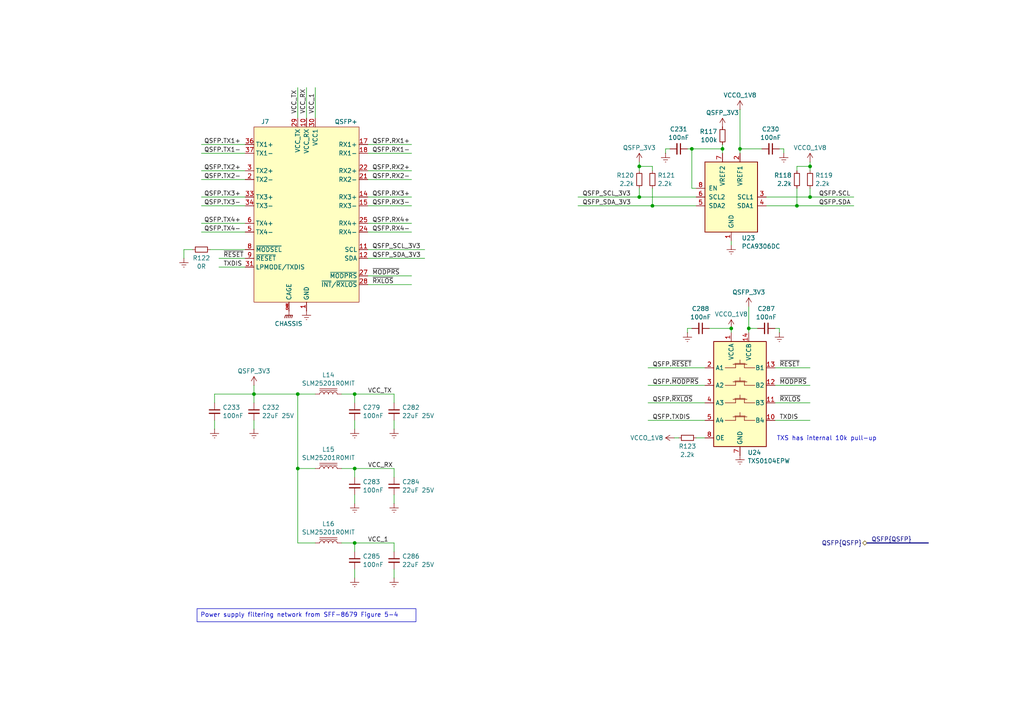
<source format=kicad_sch>
(kicad_sch (version 20231120) (generator "eeschema") (generator_version "8.0")
  (paper "A4")
  (lib_symbols
    (symbol "CHIPSAlliance_Interface:QSFP+"
      (property "Reference" "J" (at -12.7 24.765 0))
      (property "Value" "QSFP+" (at 10.795 24.765 0))
      (symbol "QSFP+_0_0"
        (pin power_in line (at 0 -30.48 90) (length 2.54) (name "GND") (number "1"))
        (pin power_in line (at 0 25.4 270) (length 2.54) (name "VCC_RX") (number "10"))
        (pin input line (at 17.78 -12.7 180) (length 2.54) (name "SCL") (number "11"))
        (pin bidirectional line (at 17.78 -15.24 180) (length 2.54) (name "SDA") (number "12"))
        (pin passive line (at 0 -30.48 90) (length 2.54) hide (name "GND") (number "13"))
        (pin output line (at 17.78 2.54 180) (length 2.54) (name "RX3+") (number "14"))
        (pin output line (at 17.78 0 180) (length 2.54) (name "RX3-") (number "15"))
        (pin passive line (at 0 -30.48 90) (length 2.54) hide (name "GND") (number "16"))
        (pin output line (at 17.78 17.78 180) (length 2.54) (name "RX1+") (number "17"))
        (pin output line (at 17.78 15.24 180) (length 2.54) (name "RX1-") (number "18"))
        (pin passive line (at 0 -30.48 90) (length 2.54) hide (name "GND") (number "19"))
        (pin input line (at -17.78 7.62 0) (length 2.54) (name "TX2-") (number "2"))
        (pin passive line (at 0 -30.48 90) (length 2.54) hide (name "GND") (number "20"))
        (pin output line (at 17.78 7.62 180) (length 2.54) (name "RX2-") (number "21"))
        (pin output line (at 17.78 10.16 180) (length 2.54) (name "RX2+") (number "22"))
        (pin passive line (at 0 -30.48 90) (length 2.54) hide (name "GND") (number "23"))
        (pin output line (at 17.78 -7.62 180) (length 2.54) (name "RX4-") (number "24"))
        (pin output line (at 17.78 -5.08 180) (length 2.54) (name "RX4+") (number "25"))
        (pin passive line (at 0 -30.48 90) (length 2.54) hide (name "GND") (number "26"))
        (pin output line (at 17.78 -20.32 180) (length 2.54) (name "~{MODPRS}") (number "27"))
        (pin output line (at 17.78 -22.86 180) (length 2.54) (name "~{INT}/~{RXLOS}") (number "28"))
        (pin power_in line (at -2.54 25.4 270) (length 2.54) (name "VCC_TX") (number "29"))
        (pin input line (at -17.78 10.16 0) (length 2.54) (name "TX2+") (number "3"))
        (pin power_in line (at 2.54 25.4 270) (length 2.54) (name "VCC1") (number "30"))
        (pin input line (at -17.78 -17.78 0) (length 2.54) (name "LPMODE/TXDIS") (number "31"))
        (pin passive line (at 0 -30.48 90) (length 2.54) hide (name "GND") (number "32"))
        (pin input line (at -17.78 2.54 0) (length 2.54) (name "TX3+") (number "33"))
        (pin input line (at -17.78 0 0) (length 2.54) (name "TX3-") (number "34"))
        (pin passive line (at 0 -30.48 90) (length 2.54) hide (name "GND") (number "35"))
        (pin input line (at -17.78 17.78 0) (length 2.54) (name "TX1+") (number "36"))
        (pin input line (at -17.78 15.24 0) (length 2.54) (name "TX1-") (number "37"))
        (pin passive line (at 0 -30.48 90) (length 2.54) hide (name "GND") (number "38"))
        (pin passive line (at 0 -30.48 90) (length 2.54) hide (name "GND") (number "4"))
        (pin input line (at -17.78 -7.62 0) (length 2.54) (name "TX4-") (number "5"))
        (pin input line (at -17.78 -5.08 0) (length 2.54) (name "TX4+") (number "6"))
        (pin passive line (at 0 -30.48 90) (length 2.54) hide (name "GND") (number "7"))
        (pin input line (at -17.78 -12.7 0) (length 2.54) (name "~{MODSEL}") (number "8"))
        (pin input line (at -17.78 -15.24 0) (length 2.54) (name "~{RESET}") (number "9"))
      )
      (symbol "QSFP+_1_1"
        (rectangle (start -15.24 22.86) (end 15.24 -27.94) (fill (type background)))
        (pin passive line (at -5.08 -30.48 90) (length 2.54) (name "CAGE") (number "CAGE"))
      )
    )
    (symbol "CHIPSAlliance_Logic:TXS0104EPW"
      (property "Reference" "U" (at -6.35 19.05 0))
      (property "Value" "TXS0104EPW" (at 3.81 19.05 0))
      (symbol "TXS0104EPW_0_1"
        (rectangle (start -7.62 17.78) (end 7.62 -12.7) (stroke (width 0.254)) (fill (type background)))
        (polyline (pts (xy -4.318 -5.08) (xy -1.27 -5.08)))
        (polyline (pts (xy -4.318 5.08) (xy -1.27 5.08)))
        (polyline (pts (xy -2.032 -4.064) (xy 2.032 -4.064)))
        (polyline (pts (xy -2.032 6.096) (xy 2.032 6.096)))
        (polyline (pts (xy -1.524 -3.81) (xy 1.524 -3.81)))
        (polyline (pts (xy -1.524 6.35) (xy 1.524 6.35)))
        (polyline (pts (xy -1.27 -5.08) (xy -1.27 -4.064)))
        (polyline (pts (xy -1.27 5.08) (xy -1.27 6.096)))
        (polyline (pts (xy 0 -3.81) (xy 0 -2.794)))
        (polyline (pts (xy 0 6.35) (xy 0 7.366)))
        (polyline (pts (xy 1.27 -5.08) (xy 1.27 -4.064)))
        (polyline (pts (xy 1.27 5.08) (xy 1.27 6.096)))
        (polyline (pts (xy 4.318 -5.08) (xy 1.27 -5.08)))
        (polyline (pts (xy 4.318 5.08) (xy 1.27 5.08)))
      )
      (symbol "TXS0104EPW_1_1"
        (polyline (pts (xy -4.318 0) (xy -1.27 0)))
        (polyline (pts (xy -4.318 10.16) (xy -1.27 10.16)))
        (polyline (pts (xy -2.032 1.016) (xy 2.032 1.016)))
        (polyline (pts (xy -2.032 11.176) (xy 2.032 11.176)))
        (polyline (pts (xy -1.524 1.27) (xy 1.524 1.27)))
        (polyline (pts (xy -1.524 11.43) (xy 1.524 11.43)))
        (polyline (pts (xy -1.27 0) (xy -1.27 1.016)))
        (polyline (pts (xy -1.27 10.16) (xy -1.27 11.176)))
        (polyline (pts (xy 0 1.27) (xy 0 2.286)))
        (polyline (pts (xy 0 11.43) (xy 0 12.446)))
        (polyline (pts (xy 1.27 0) (xy 1.27 1.016)))
        (polyline (pts (xy 1.27 10.16) (xy 1.27 11.176)))
        (polyline (pts (xy 4.318 0) (xy 1.27 0)))
        (polyline (pts (xy 4.318 10.16) (xy 1.27 10.16)))
        (pin power_in line (at -2.54 20.32 270) (length 2.54) (name "VCCA") (number "1"))
        (pin bidirectional line (at 10.16 -5.08 180) (length 2.54) (name "B4") (number "10"))
        (pin bidirectional line (at 10.16 0 180) (length 2.54) (name "B3") (number "11"))
        (pin bidirectional line (at 10.16 5.08 180) (length 2.54) (name "B2") (number "12"))
        (pin bidirectional line (at 10.16 10.16 180) (length 2.54) (name "B1") (number "13"))
        (pin power_in line (at 2.54 20.32 270) (length 2.54) (name "VCCB") (number "14"))
        (pin bidirectional line (at -10.16 10.16 0) (length 2.54) (name "A1") (number "2"))
        (pin bidirectional line (at -10.16 5.08 0) (length 2.54) (name "A2") (number "3"))
        (pin bidirectional line (at -10.16 0 0) (length 2.54) (name "A3") (number "4"))
        (pin bidirectional line (at -10.16 -5.08 0) (length 2.54) (name "A4") (number "5"))
        (pin no_connect line (at 7.62 -10.16 180) (length 2.54) hide (name "NC") (number "6"))
        (pin power_in line (at 0 -15.24 90) (length 2.54) (name "GND") (number "7"))
        (pin input line (at -10.16 -10.16 0) (length 2.54) (name "OE") (number "8"))
        (pin no_connect line (at 7.62 -10.16 180) (length 2.54) hide (name "NC") (number "9"))
      )
    )
    (symbol "Device:C_Small" (pin_numbers hide) (pin_names (offset 0.254) hide)
      (property "Reference" "C" (at 0.254 1.778 0))
      (property "Value" "C_Small" (at 0.254 -2.032 0))
      (symbol "C_Small_0_1"
        (polyline (pts (xy -1.524 -0.508) (xy 1.524 -0.508)) (stroke (width 0.3302)))
        (polyline (pts (xy -1.524 0.508) (xy 1.524 0.508)) (stroke (width 0.3048)))
      )
      (symbol "C_Small_1_1"
        (pin passive line (at 0 2.54 270) (length 2.032) (name "~") (number "1"))
        (pin passive line (at 0 -2.54 90) (length 2.032) (name "~") (number "2"))
      )
    )
    (symbol "Device:L_Iron" (pin_numbers hide) (pin_names (offset 1.016) hide)
      (property "Reference" "L" (at -1.27 0 90))
      (property "Value" "L_Iron" (at 2.794 0 90))
      (symbol "L_Iron_0_1"
        (arc (start 0 -2.54) (mid 0.6323 -1.905) (end 0 -1.27))
        (arc (start 0 -1.27) (mid 0.6323 -0.635) (end 0 0))
        (polyline (pts (xy 1.016 2.54) (xy 1.016 -2.54)))
        (polyline (pts (xy 1.524 -2.54) (xy 1.524 2.54)))
        (arc (start 0 0) (mid 0.6323 0.635) (end 0 1.27))
        (arc (start 0 1.27) (mid 0.6323 1.905) (end 0 2.54))
      )
      (symbol "L_Iron_1_1"
        (pin passive line (at 0 3.81 270) (length 1.27) (name "1") (number "1"))
        (pin passive line (at 0 -3.81 90) (length 1.27) (name "2") (number "2"))
      )
    )
    (symbol "Device:R_Small" (pin_numbers hide) (pin_names (offset 0.254) hide)
      (property "Reference" "R" (at 0.762 0.508 0))
      (property "Value" "R_Small" (at 0.762 -1.016 0))
      (symbol "R_Small_0_1"
        (rectangle (start -0.762 1.778) (end 0.762 -1.778) (stroke (width 0.2032)))
      )
      (symbol "R_Small_1_1"
        (pin passive line (at 0 2.54 270) (length 0.762) (name "~") (number "1"))
        (pin passive line (at 0 -2.54 90) (length 0.762) (name "~") (number "2"))
      )
    )
    (symbol "Interface:PCA9306DC" (pin_names (offset 1.016))
      (property "Reference" "U" (at -7.62 11.43 0))
      (property "Value" "PCA9306DC" (at 3.81 11.43 0))
      (symbol "PCA9306DC_0_1"
        (rectangle (start -7.62 10.16) (end 7.62 -10.16) (stroke (width 0.254)) (fill (type background)))
      )
      (symbol "PCA9306DC_1_1"
        (pin power_in line (at 0 -12.7 90) (length 2.54) (name "GND") (number "1"))
        (pin power_in line (at -2.54 12.7 270) (length 2.54) (name "VREF1") (number "2"))
        (pin bidirectional line (at -10.16 0 0) (length 2.54) (name "SCL1") (number "3"))
        (pin bidirectional line (at -10.16 -2.54 0) (length 2.54) (name "SDA1") (number "4"))
        (pin bidirectional line (at 10.16 -2.54 180) (length 2.54) (name "SDA2") (number "5"))
        (pin bidirectional line (at 10.16 0 180) (length 2.54) (name "SCL2") (number "6"))
        (pin power_in line (at 2.54 12.7 270) (length 2.54) (name "VREF2") (number "7"))
        (pin input line (at 10.16 2.54 180) (length 2.54) (name "EN") (number "8"))
      )
    )
    (symbol "power:+12V" (power) (pin_numbers hide) (pin_names (offset 0) hide)
      (property "Value" "+12V" (at 0 3.556 0))
      (symbol "+12V_0_1"
        (polyline (pts (xy -0.762 1.27) (xy 0 2.54)))
        (polyline (pts (xy 0 0) (xy 0 2.54)))
        (polyline (pts (xy 0 2.54) (xy 0.762 1.27)))
      )
      (symbol "+12V_1_1"
        (pin power_in line (at 0 0 90) (length 0) (name "~") (number "1"))
      )
    )
    (symbol "power:+1V8" (power) (pin_numbers hide) (pin_names (offset 0) hide)
      (property "Value" "+1V8" (at 0 3.556 0))
      (symbol "+1V8_0_1"
        (polyline (pts (xy -0.762 1.27) (xy 0 2.54)))
        (polyline (pts (xy 0 0) (xy 0 2.54)))
        (polyline (pts (xy 0 2.54) (xy 0.762 1.27)))
      )
      (symbol "+1V8_1_1"
        (pin power_in line (at 0 0 90) (length 0) (name "~") (number "1"))
      )
    )
    (symbol "power:Earth" (power) (pin_numbers hide) (pin_names (offset 0) hide)
      (property "Value" "Earth" (at 0 -3.81 0))
      (symbol "Earth_0_1"
        (polyline (pts (xy -0.635 -1.905) (xy 0.635 -1.905)))
        (polyline (pts (xy -0.127 -2.54) (xy 0.127 -2.54)))
        (polyline (pts (xy 0 -1.27) (xy 0 0)))
        (polyline (pts (xy 1.27 -1.27) (xy -1.27 -1.27)))
      )
      (symbol "Earth_1_1"
        (pin power_in line (at 0 0 270) (length 0) (name "~") (number "1"))
      )
    )
    (symbol "power:GNDPWR" (power) (pin_numbers hide) (pin_names (offset 0) hide)
      (property "Value" "GNDPWR" (at 0 -3.302 0))
      (symbol "GNDPWR_0_1"
        (polyline (pts (xy 0 -1.27) (xy 0 0)))
        (polyline (pts (xy -1.016 -1.27) (xy -1.27 -2.032) (xy -1.27 -2.032)) (stroke (width 0.2032)))
        (polyline (pts (xy -0.508 -1.27) (xy -0.762 -2.032) (xy -0.762 -2.032)) (stroke (width 0.2032)))
        (polyline (pts (xy 0 -1.27) (xy -0.254 -2.032) (xy -0.254 -2.032)) (stroke (width 0.2032)))
        (polyline (pts (xy 0.508 -1.27) (xy 0.254 -2.032) (xy 0.254 -2.032)) (stroke (width 0.2032)))
        (polyline (pts (xy 1.016 -1.27) (xy -1.016 -1.27) (xy -1.016 -1.27)) (stroke (width 0.2032)))
        (polyline (pts (xy 1.016 -1.27) (xy 0.762 -2.032) (xy 0.762 -2.032) (xy 0.762 -2.032)) (stroke (width 0.2032)))
      )
      (symbol "GNDPWR_1_1"
        (pin power_in line (at 0 0 270) (length 0) (name "~") (number "1"))
      )
    )
  )
  (junction (at 185.42 57.15))
  (junction (at 73.66 114.3))
  (junction (at 200.66 43.18))
  (junction (at 212.09 95.25))
  (junction (at 234.95 57.15))
  (junction (at 234.95 48.26))
  (junction (at 214.63 43.18))
  (junction (at 185.42 48.26))
  (junction (at 231.14 59.69))
  (junction (at 102.87 135.89))
  (junction (at 86.36 114.3))
  (junction (at 102.87 114.3))
  (junction (at 209.55 43.18))
  (junction (at 86.36 135.89))
  (junction (at 217.17 95.25))
  (junction (at 189.23 59.69))
  (junction (at 102.87 157.48))
  (wire (pts (xy 226.06 95.25) (xy 226.06 96.52)))
  (wire (pts (xy 234.95 57.15) (xy 247.65 57.15)))
  (wire (pts (xy 106.68 49.53) (xy 119.38 49.53)))
  (wire (pts (xy 231.14 59.69) (xy 247.65 59.69)))
  (wire (pts (xy 106.68 59.69) (xy 119.38 59.69)))
  (wire (pts (xy 58.42 57.15) (xy 71.12 57.15)))
  (wire (pts (xy 99.06 157.48) (xy 102.87 157.48)))
  (wire (pts (xy 227.33 44.45) (xy 227.33 43.18)))
  (wire (pts (xy 73.66 111.76) (xy 73.66 114.3)))
  (wire (pts (xy 62.23 116.84) (xy 62.23 114.3)))
  (wire (pts (xy 185.42 54.61) (xy 185.42 57.15)))
  (wire (pts (xy 63.5 77.47) (xy 71.12 77.47)))
  (wire (pts (xy 224.79 121.92) (xy 234.95 121.92)))
  (wire (pts (xy 102.87 114.3) (xy 102.87 116.84)))
  (wire (pts (xy 60.96 72.39) (xy 71.12 72.39)))
  (wire (pts (xy 114.3 116.84) (xy 114.3 114.3)))
  (wire (pts (xy 106.68 44.45) (xy 119.38 44.45)))
  (wire (pts (xy 119.38 82.55) (xy 106.68 82.55)))
  (wire (pts (xy 214.63 31.75) (xy 214.63 43.18)))
  (wire (pts (xy 114.3 160.02) (xy 114.3 157.48)))
  (wire (pts (xy 63.5 74.93) (xy 71.12 74.93)))
  (wire (pts (xy 86.36 114.3) (xy 91.44 114.3)))
  (wire (pts (xy 193.04 43.18) (xy 194.31 43.18)))
  (wire (pts (xy 58.42 52.07) (xy 71.12 52.07)))
  (wire (pts (xy 217.17 95.25) (xy 217.17 96.52)))
  (wire (pts (xy 102.87 157.48) (xy 102.87 160.02)))
  (wire (pts (xy 73.66 114.3) (xy 73.66 116.84)))
  (wire (pts (xy 234.95 46.99) (xy 234.95 48.26)))
  (wire (pts (xy 88.9 25.4) (xy 88.9 34.29)))
  (wire (pts (xy 214.63 43.18) (xy 214.63 44.45)))
  (wire (pts (xy 212.09 95.25) (xy 212.09 96.52)))
  (wire (pts (xy 102.87 165.1) (xy 102.87 167.64)))
  (wire (pts (xy 195.58 127) (xy 196.85 127)))
  (wire (pts (xy 234.95 54.61) (xy 234.95 57.15)))
  (wire (pts (xy 200.66 54.61) (xy 200.66 43.18)))
  (wire (pts (xy 167.64 59.69) (xy 189.23 59.69)))
  (wire (pts (xy 91.44 25.4) (xy 91.44 34.29)))
  (wire (pts (xy 209.55 43.18) (xy 200.66 43.18)))
  (wire (pts (xy 102.87 121.92) (xy 102.87 124.46)))
  (wire (pts (xy 231.14 49.53) (xy 231.14 48.26)))
  (wire (pts (xy 189.23 48.26) (xy 185.42 48.26)))
  (wire (pts (xy 62.23 121.92) (xy 62.23 124.46)))
  (wire (pts (xy 199.39 96.52) (xy 199.39 95.25)))
  (wire (pts (xy 187.96 121.92) (xy 204.47 121.92)))
  (wire (pts (xy 58.42 44.45) (xy 71.12 44.45)))
  (wire (pts (xy 73.66 114.3) (xy 86.36 114.3)))
  (wire (pts (xy 187.96 111.76) (xy 204.47 111.76)))
  (wire (pts (xy 53.34 74.93) (xy 53.34 72.39)))
  (wire (pts (xy 114.3 135.89) (xy 102.87 135.89)))
  (bus (pts (xy 251.46 157.48) (xy 269.24 157.48)))
  (wire (pts (xy 114.3 114.3) (xy 102.87 114.3)))
  (wire (pts (xy 119.38 67.31) (xy 106.68 67.31)))
  (wire (pts (xy 73.66 121.92) (xy 73.66 124.46)))
  (wire (pts (xy 58.42 41.91) (xy 71.12 41.91)))
  (wire (pts (xy 86.36 135.89) (xy 86.36 114.3)))
  (wire (pts (xy 205.74 95.25) (xy 212.09 95.25)))
  (wire (pts (xy 114.3 121.92) (xy 114.3 124.46)))
  (wire (pts (xy 185.42 57.15) (xy 201.93 57.15)))
  (wire (pts (xy 217.17 95.25) (xy 219.71 95.25)))
  (wire (pts (xy 224.79 111.76) (xy 234.95 111.76)))
  (wire (pts (xy 91.44 157.48) (xy 86.36 157.48)))
  (wire (pts (xy 91.44 135.89) (xy 86.36 135.89)))
  (wire (pts (xy 86.36 157.48) (xy 86.36 135.89)))
  (wire (pts (xy 231.14 54.61) (xy 231.14 59.69)))
  (wire (pts (xy 189.23 54.61) (xy 189.23 59.69)))
  (wire (pts (xy 189.23 49.53) (xy 189.23 48.26)))
  (wire (pts (xy 185.42 46.99) (xy 185.42 48.26)))
  (wire (pts (xy 209.55 43.18) (xy 209.55 44.45)))
  (wire (pts (xy 114.3 143.51) (xy 114.3 146.05)))
  (wire (pts (xy 234.95 48.26) (xy 234.95 49.53)))
  (wire (pts (xy 201.93 127) (xy 204.47 127)))
  (wire (pts (xy 106.68 74.93) (xy 123.19 74.93)))
  (wire (pts (xy 222.25 59.69) (xy 231.14 59.69)))
  (wire (pts (xy 106.68 57.15) (xy 119.38 57.15)))
  (wire (pts (xy 114.3 138.43) (xy 114.3 135.89)))
  (wire (pts (xy 58.42 67.31) (xy 71.12 67.31)))
  (wire (pts (xy 224.79 95.25) (xy 226.06 95.25)))
  (wire (pts (xy 222.25 57.15) (xy 234.95 57.15)))
  (wire (pts (xy 209.55 41.91) (xy 209.55 43.18)))
  (wire (pts (xy 187.96 106.68) (xy 204.47 106.68)))
  (wire (pts (xy 201.93 54.61) (xy 200.66 54.61)))
  (wire (pts (xy 224.79 106.68) (xy 234.95 106.68)))
  (wire (pts (xy 217.17 88.9) (xy 217.17 95.25)))
  (wire (pts (xy 102.87 135.89) (xy 102.87 138.43)))
  (wire (pts (xy 58.42 64.77) (xy 71.12 64.77)))
  (wire (pts (xy 53.34 72.39) (xy 55.88 72.39)))
  (wire (pts (xy 193.04 44.45) (xy 193.04 43.18)))
  (wire (pts (xy 58.42 49.53) (xy 71.12 49.53)))
  (wire (pts (xy 99.06 114.3) (xy 102.87 114.3)))
  (wire (pts (xy 99.06 135.89) (xy 102.87 135.89)))
  (wire (pts (xy 114.3 165.1) (xy 114.3 167.64)))
  (wire (pts (xy 212.09 69.85) (xy 212.09 71.12)))
  (wire (pts (xy 199.39 95.25) (xy 200.66 95.25)))
  (wire (pts (xy 106.68 41.91) (xy 119.38 41.91)))
  (wire (pts (xy 58.42 59.69) (xy 71.12 59.69)))
  (wire (pts (xy 119.38 80.01) (xy 106.68 80.01)))
  (wire (pts (xy 86.36 25.4) (xy 86.36 34.29)))
  (wire (pts (xy 200.66 43.18) (xy 199.39 43.18)))
  (wire (pts (xy 106.68 64.77) (xy 119.38 64.77)))
  (wire (pts (xy 102.87 143.51) (xy 102.87 146.05)))
  (wire (pts (xy 224.79 116.84) (xy 234.95 116.84)))
  (wire (pts (xy 220.98 43.18) (xy 214.63 43.18)))
  (wire (pts (xy 231.14 48.26) (xy 234.95 48.26)))
  (wire (pts (xy 227.33 43.18) (xy 226.06 43.18)))
  (wire (pts (xy 114.3 157.48) (xy 102.87 157.48)))
  (wire (pts (xy 187.96 116.84) (xy 204.47 116.84)))
  (wire (pts (xy 189.23 59.69) (xy 201.93 59.69)))
  (wire (pts (xy 62.23 114.3) (xy 73.66 114.3)))
  (wire (pts (xy 106.68 72.39) (xy 123.19 72.39)))
  (wire (pts (xy 106.68 52.07) (xy 119.38 52.07)))
  (wire (pts (xy 167.64 57.15) (xy 185.42 57.15)))
  (wire (pts (xy 185.42 48.26) (xy 185.42 49.53)))
  (text_box "Power supply filtering network from SFF-8679 Figure 5-4" (at 57.15 176.53 0) (size 63.5 3.81) (effects (font (size 1.27 1.27)) (justify left top)))
  (text "TXS has internal 10k pull-up" (at 239.776 127.254 0) (effects (font (size 1.27 1.27))))
  (label "QSFP.RX4-" (at 107.95 67.31 0))
  (label "VCC_RX" (at 88.9 33.02 90))
  (label "QSFP.~{RXLOS}" (at 189.23 116.84 0))
  (label "QSFP.SDA" (at 237.49 59.69 0))
  (label "QSFP.TX1-" (at 69.85 44.45 180))
  (label "QSFP_SCL_3V3" (at 168.91 57.15 0))
  (label "QSFP.RX3-" (at 107.95 59.69 0))
  (label "QSFP.RX2-" (at 107.95 52.07 0))
  (label "VCC_1" (at 106.68 157.48 0))
  (label "QSFP.~{MODPRS}" (at 189.23 111.76 0))
  (label "QSFP.SCL" (at 237.49 57.15 0))
  (label "~{RXLOS}" (at 226.06 116.84 0))
  (label "QSFP_SCL_3V3" (at 107.95 72.39 0))
  (label "QSFP.~{RESET}" (at 189.23 106.68 0))
  (label "QSFP.RX2+" (at 107.95 49.53 0))
  (label "~{MODPRS}" (at 107.95 80.01 0))
  (label "~{RESET}" (at 64.77 74.93 0))
  (label "QSFP_SDA_3V3" (at 168.91 59.69 0))
  (label "~{RESET}" (at 226.06 106.68 0))
  (label "QSFP.TX2-" (at 69.85 52.07 180))
  (label "QSFP.RX1+" (at 107.95 41.91 0))
  (label "QSFP_SDA_3V3" (at 107.95 74.93 0))
  (label "QSFP.TXDIS" (at 189.23 121.92 0))
  (label "TXDIS" (at 64.77 77.47 0))
  (label "QSFP.TX4-" (at 69.85 67.31 180))
  (label "QSFP{QSFP}" (at 252.73 157.48 0))
  (label "~{RXLOS}" (at 107.95 82.55 0))
  (label "TXDIS" (at 226.06 121.92 0))
  (label "VCC_RX" (at 106.68 135.89 0))
  (label "QSFP.TX3+" (at 69.85 57.15 180))
  (label "QSFP.RX1-" (at 107.95 44.45 0))
  (label "VCC_TX" (at 106.68 114.3 0))
  (label "QSFP.TX4+" (at 69.85 64.77 180))
  (label "QSFP.RX4+" (at 107.95 64.77 0))
  (label "QSFP.TX3-" (at 69.85 59.69 180))
  (label "QSFP.TX1+" (at 69.85 41.91 180))
  (label "~{MODPRS}" (at 226.06 111.76 0))
  (label "VCC_TX" (at 86.36 33.02 90))
  (label "VCC_1" (at 91.44 33.02 90))
  (label "QSFP.TX2+" (at 69.85 49.53 180))
  (label "QSFP.RX3+" (at 107.95 57.15 0))
  (hierarchical_label "QSFP{QSFP}" (shape bidirectional) (at 251.46 157.48 180))
  (symbol (lib_id "power:+12V") (at 73.66 111.76 0) (mirror y) (unit 1)
    (property "Reference" "#PWR0662" (effects (hide yes)))
    (property "Value" "QSFP_3V3" (at 73.66 107.6269 0))
    (property "Description" "Power symbol creates a global label with name \"QSFP_3V3\"" (effects (hide yes)))
    (instances (project "fpga_candelabra" (path "" (reference "#PWR0662") (unit 1)) (path "" (reference "#PWR0683") (unit 1))))
  )
  (symbol (lib_id "power:+1V8") (at 195.58 127 90) (unit 1)
    (property "Reference" "#PWR0680" (effects (hide yes)))
    (property "Value" "VCCO_1V8" (at 192.4051 127 90) (effects (justify left)))
    (property "Description" "Power symbol creates a global label with name \"+1V8\"" (effects (hide yes)))
    (instances (project "fpga_candelabra" (path "" (reference "#PWR0680") (unit 1)) (path "" (reference "#PWR0695") (unit 1))))
  )
  (symbol (lib_id "power:Earth") (at 212.09 71.12 0) (mirror y) (unit 1)
    (property "Reference" "#PWR0641" (effects (hide yes)))
    (property "Value" "Earth" (effects (hide yes)))
    (property "Description" "Power symbol creates a global label with name \"Earth\"" (effects (hide yes)))
    (instances (project "fpga_candelabra" (path "" (reference "#PWR0641") (unit 1)) (path "" (reference "#PWR0698") (unit 1))))
  )
  (symbol (lib_id "Device:C_Small") (at 222.25 95.25 270) (mirror x) (unit 1)
    (property "Reference" "C287" (at 222.2437 89.5434 90))
    (property "Value" "100nF" (at 222.2437 91.9677 90))
    (property "Footprint" "Capacitor_SMD:C_0402_1005Metric" (effects (hide yes)))
    (property "Description" "Unpolarized capacitor, small symbol" (effects (hide yes)))
    (instances (project "fpga_candelabra" (path "" (reference "C287") (unit 1)) (path "" (reference "C299") (unit 1))))
  )
  (symbol (lib_id "power:Earth") (at 73.66 124.46 0) (mirror y) (unit 1)
    (property "Reference" "#PWR0664" (effects (hide yes)))
    (property "Value" "Earth" (effects (hide yes)))
    (property "Description" "Power symbol creates a global label with name \"Earth\"" (effects (hide yes)))
    (instances (project "fpga_candelabra" (path "" (reference "#PWR0664") (unit 1)) (path "" (reference "#PWR0684") (unit 1))))
  )
  (symbol (lib_id "Device:L_Iron") (at 95.25 114.3 90) (unit 1)
    (property "Reference" "L14" (at 95.25 108.7585 90))
    (property "Value" "SLM25201R0MIT" (at 95.25 111.1828 90))
    (property "Footprint" "Inductor_SMD:L_1008_2520Metric" (effects (hide yes)))
    (property "Description" "1uH 1.5A" (effects (hide yes)))
    (property "LCSC Part" "C216157" (effects (hide yes)))
    (instances (project "fpga_candelabra" (path "" (reference "L14") (unit 1)) (path "" (reference "L17") (unit 1))))
  )
  (symbol (lib_id "Device:C_Small") (at 223.52 43.18 270) (mirror x) (unit 1)
    (property "Reference" "C230" (at 223.5137 37.4734 90))
    (property "Value" "100nF" (at 223.5137 39.8977 90))
    (property "Footprint" "Capacitor_SMD:C_0402_1005Metric" (effects (hide yes)))
    (property "Description" "Unpolarized capacitor, small symbol" (effects (hide yes)))
    (instances (project "fpga_candelabra" (path "" (reference "C230") (unit 1)) (path "" (reference "C300") (unit 1))))
  )
  (symbol (lib_id "Device:R_Small") (at 58.42 72.39 90) (unit 1)
    (property "Reference" "R122" (at 58.42 74.8467 90))
    (property "Value" "0R" (at 58.42 77.271 90))
    (property "Footprint" "Resistor_SMD:R_0402_1005Metric" (effects (hide yes)))
    (property "Description" "Resistor, small symbol" (effects (hide yes)))
    (instances (project "fpga_candelabra" (path "" (reference "R122") (unit 1)) (path "" (reference "R124") (unit 1))))
  )
  (symbol (lib_id "power:Earth") (at 226.06 96.52 0) (mirror y) (unit 1)
    (property "Reference" "#PWR0679" (effects (hide yes)))
    (property "Value" "Earth" (effects (hide yes)))
    (property "Description" "Power symbol creates a global label with name \"Earth\"" (effects (hide yes)))
    (instances (project "fpga_candelabra" (path "" (reference "#PWR0679") (unit 1)) (path "" (reference "#PWR0704") (unit 1))))
  )
  (symbol (lib_id "Device:C_Small") (at 102.87 162.56 0) (unit 1)
    (property "Reference" "C285" (at 105.1941 161.3541 0) (effects (justify left)))
    (property "Value" "100nF" (at 105.1941 163.7784 0) (effects (justify left)))
    (property "Footprint" "Capacitor_SMD:C_0402_1005Metric" (effects (hide yes)))
    (property "Description" "Unpolarized capacitor, small symbol" (effects (hide yes)))
    (instances (project "fpga_candelabra" (path "" (reference "C285") (unit 1)) (path "" (reference "C293") (unit 1))))
  )
  (symbol (lib_id "power:Earth") (at 53.34 74.93 0) (mirror y) (unit 1)
    (property "Reference" "#PWR0673" (effects (hide yes)))
    (property "Value" "Earth" (effects (hide yes)))
    (property "Description" "Power symbol creates a global label with name \"Earth\"" (effects (hide yes)))
    (instances (project "fpga_candelabra" (path "" (reference "#PWR0673") (unit 1)) (path "" (reference "#PWR0681") (unit 1))))
  )
  (symbol (lib_id "power:+1V8") (at 214.63 31.75 0) (unit 1)
    (property "Reference" "#PWR0640" (effects (hide yes)))
    (property "Value" "VCCO_1V8" (at 214.63 27.6169 0))
    (property "Description" "Power symbol creates a global label with name \"+1V8\"" (effects (hide yes)))
    (instances (project "fpga_candelabra" (path "" (reference "#PWR0640") (unit 1)) (path "" (reference "#PWR0701") (unit 1))))
  )
  (symbol (lib_id "power:Earth") (at 114.3 124.46 0) (mirror y) (unit 1)
    (property "Reference" "#PWR0668" (effects (hide yes)))
    (property "Value" "Earth" (effects (hide yes)))
    (property "Description" "Power symbol creates a global label with name \"Earth\"" (effects (hide yes)))
    (instances (project "fpga_candelabra" (path "" (reference "#PWR0668") (unit 1)) (path "" (reference "#PWR0690") (unit 1))))
  )
  (symbol (lib_id "power:Earth") (at 102.87 167.64 0) (mirror y) (unit 1)
    (property "Reference" "#PWR0671" (effects (hide yes)))
    (property "Value" "Earth" (effects (hide yes)))
    (property "Description" "Power symbol creates a global label with name \"Earth\"" (effects (hide yes)))
    (instances (project "fpga_candelabra" (path "" (reference "#PWR0671") (unit 1)) (path "" (reference "#PWR0689") (unit 1))))
  )
  (symbol (lib_id "power:Earth") (at 88.9 90.17 0) (mirror y) (unit 1)
    (property "Reference" "#PWR0169" (effects (hide yes)))
    (property "Value" "Earth" (effects (hide yes)))
    (property "Description" "Power symbol creates a global label with name \"Earth\"" (effects (hide yes)))
    (instances (project "fpga_candelabra" (path "" (reference "#PWR0169") (unit 1)) (path "" (reference "#PWR0686") (unit 1))))
  )
  (symbol (lib_id "power:Earth") (at 193.04 44.45 0) (mirror y) (unit 1)
    (property "Reference" "#PWR0659" (effects (hide yes)))
    (property "Value" "Earth" (effects (hide yes)))
    (property "Description" "Power symbol creates a global label with name \"Earth\"" (effects (hide yes)))
    (instances (project "fpga_candelabra" (path "" (reference "#PWR0659") (unit 1)) (path "" (reference "#PWR0694") (unit 1))))
  )
  (symbol (lib_id "Device:C_Small") (at 114.3 140.97 0) (unit 1)
    (property "Reference" "C284" (at 116.6241 139.7641 0) (effects (justify left)))
    (property "Value" "22uF 25V" (at 116.6241 142.1884 0) (effects (justify left)))
    (property "Footprint" "Capacitor_SMD:C_1206_3216Metric" (effects (hide yes)))
    (property "Description" "Unpolarized capacitor, small symbol" (effects (hide yes)))
    (instances (project "fpga_candelabra" (path "" (reference "C284") (unit 1)) (path "" (reference "C295") (unit 1))))
  )
  (symbol (lib_id "CHIPSAlliance_Logic:TXS0104EPW") (at 214.63 116.84 0) (unit 1)
    (property "Reference" "U24" (at 216.8241 131.2601 0) (effects (justify left)))
    (property "Value" "TXS0104EPW" (at 216.8241 133.6844 0) (effects (justify left)))
    (property "Footprint" "Package_SO:TSSOP-14_4.4x5mm_P0.65mm" (effects (hide yes)))
    (property "Datasheet" "http://www.ti.com/lit/gpn/txs0104" (effects (hide yes)))
    (property "Description" "4-Bit Bidirectional Voltage-Level Shifter for Open-Drain and Push-Pull Application, SSOP-8" (effects (hide yes)))
    (instances (project "fpga_candelabra" (path "" (reference "U24") (unit 1)) (path "" (reference "U28") (unit 1))))
  )
  (symbol (lib_id "Device:R_Small") (at 185.42 52.07 0) (unit 1)
    (property "Reference" "R120" (at 183.9215 50.8578 0) (effects (justify right)))
    (property "Value" "2.2k" (at 183.9215 53.2821 0) (effects (justify right)))
    (property "Footprint" "Resistor_SMD:R_0402_1005Metric" (effects (hide yes)))
    (property "Description" "Resistor, small symbol" (effects (hide yes)))
    (instances (project "fpga_candelabra" (path "" (reference "R120") (unit 1)) (path "" (reference "R125") (unit 1))))
  )
  (symbol (lib_id "power:+12V") (at 217.17 88.9 0) (mirror y) (unit 1)
    (property "Reference" "#PWR0675" (effects (hide yes)))
    (property "Value" "QSFP_3V3" (at 217.17 84.7669 0))
    (property "Description" "Power symbol creates a global label with name \"QSFP_3V3\"" (effects (hide yes)))
    (instances (project "fpga_candelabra" (path "" (reference "#PWR0675") (unit 1)) (path "" (reference "#PWR0702") (unit 1))))
  )
  (symbol (lib_id "Device:R_Small") (at 234.95 52.07 0) (unit 1)
    (property "Reference" "R119" (at 236.4486 50.8578 0) (effects (justify left)))
    (property "Value" "2.2k" (at 236.4486 53.2821 0) (effects (justify left)))
    (property "Footprint" "Resistor_SMD:R_0402_1005Metric" (effects (hide yes)))
    (property "Description" "Resistor, small symbol" (effects (hide yes)))
    (instances (project "fpga_candelabra" (path "" (reference "R119") (unit 1)) (path "" (reference "R130") (unit 1))))
  )
  (symbol (lib_id "power:+1V8") (at 212.09 95.25 0) (unit 1)
    (property "Reference" "#PWR0674" (effects (hide yes)))
    (property "Value" "VCCO_1V8" (at 212.09 91.1169 0))
    (property "Description" "Power symbol creates a global label with name \"+1V8\"" (effects (hide yes)))
    (instances (project "fpga_candelabra" (path "" (reference "#PWR0674") (unit 1)) (path "" (reference "#PWR0699") (unit 1))))
  )
  (symbol (lib_id "power:Earth") (at 214.63 132.08 0) (mirror y) (unit 1)
    (property "Reference" "#PWR0677" (effects (hide yes)))
    (property "Value" "Earth" (effects (hide yes)))
    (property "Description" "Power symbol creates a global label with name \"Earth\"" (effects (hide yes)))
    (instances (project "fpga_candelabra" (path "" (reference "#PWR0677") (unit 1)) (path "" (reference "#PWR0700") (unit 1))))
  )
  (symbol (lib_id "Device:R_Small") (at 199.39 127 90) (unit 1)
    (property "Reference" "R123" (at 199.39 129.4567 90))
    (property "Value" "2.2k" (at 199.39 131.881 90))
    (property "Footprint" "Resistor_SMD:R_0402_1005Metric" (effects (hide yes)))
    (property "Description" "Resistor, small symbol" (effects (hide yes)))
    (instances (project "fpga_candelabra" (path "" (reference "R123") (unit 1)) (path "" (reference "R127") (unit 1))))
  )
  (symbol (lib_id "Device:R_Small") (at 189.23 52.07 0) (unit 1)
    (property "Reference" "R121" (at 190.7286 50.8578 0) (effects (justify left)))
    (property "Value" "2.2k" (at 190.7286 53.2821 0) (effects (justify left)))
    (property "Footprint" "Resistor_SMD:R_0402_1005Metric" (effects (hide yes)))
    (property "Description" "Resistor, small symbol" (effects (hide yes)))
    (instances (project "fpga_candelabra" (path "" (reference "R121") (unit 1)) (path "" (reference "R126") (unit 1))))
  )
  (symbol (lib_id "Device:R_Small") (at 231.14 52.07 0) (unit 1)
    (property "Reference" "R118" (at 229.6415 50.8578 0) (effects (justify right)))
    (property "Value" "2.2k" (at 229.6415 53.2821 0) (effects (justify right)))
    (property "Footprint" "Resistor_SMD:R_0402_1005Metric" (effects (hide yes)))
    (property "Description" "Resistor, small symbol" (effects (hide yes)))
    (instances (project "fpga_candelabra" (path "" (reference "R118") (unit 1)) (path "" (reference "R129") (unit 1))))
  )
  (symbol (lib_id "Device:C_Small") (at 102.87 140.97 0) (unit 1)
    (property "Reference" "C283" (at 105.1941 139.7641 0) (effects (justify left)))
    (property "Value" "100nF" (at 105.1941 142.1884 0) (effects (justify left)))
    (property "Footprint" "Capacitor_SMD:C_0402_1005Metric" (effects (hide yes)))
    (property "Description" "Unpolarized capacitor, small symbol" (effects (hide yes)))
    (instances (project "fpga_candelabra" (path "" (reference "C283") (unit 1)) (path "" (reference "C292") (unit 1))))
  )
  (symbol (lib_id "Interface:PCA9306DC") (at 212.09 57.15 0) (mirror y) (unit 1)
    (property "Reference" "U23" (at 215.1065 69.0301 0) (effects (justify right)))
    (property "Value" "PCA9306DC" (at 215.1065 71.4544 0) (effects (justify right)))
    (property "Footprint" "Package_SO:VSSOP-8_2.3x2mm_P0.5mm" (effects (hide yes)))
    (property "Datasheet" "https://www.nxp.com/docs/en/data-sheet/PCA9306.pdf" (effects (hide yes)))
    (property "Description" "Dual bidirectional I2C Bus and SMBus voltage level translator, VSSOP-8, Discontinued" (effects (hide yes)))
    (instances (project "fpga_candelabra" (path "" (reference "U23") (unit 1)) (path "" (reference "U25") (unit 1))))
  )
  (symbol (lib_id "power:Earth") (at 62.23 124.46 0) (mirror y) (unit 1)
    (property "Reference" "#PWR0663" (effects (hide yes)))
    (property "Value" "Earth" (effects (hide yes)))
    (property "Description" "Power symbol creates a global label with name \"Earth\"" (effects (hide yes)))
    (instances (project "fpga_candelabra" (path "" (reference "#PWR0663") (unit 1)) (path "" (reference "#PWR0682") (unit 1))))
  )
  (symbol (lib_id "Device:C_Small") (at 114.3 162.56 0) (unit 1)
    (property "Reference" "C286" (at 116.6241 161.3541 0) (effects (justify left)))
    (property "Value" "22uF 25V" (at 116.6241 163.7784 0) (effects (justify left)))
    (property "Footprint" "Capacitor_SMD:C_1206_3216Metric" (effects (hide yes)))
    (property "Description" "Unpolarized capacitor, small symbol" (effects (hide yes)))
    (instances (project "fpga_candelabra" (path "" (reference "C286") (unit 1)) (path "" (reference "C296") (unit 1))))
  )
  (symbol (lib_id "power:Earth") (at 114.3 146.05 0) (mirror y) (unit 1)
    (property "Reference" "#PWR0670" (effects (hide yes)))
    (property "Value" "Earth" (effects (hide yes)))
    (property "Description" "Power symbol creates a global label with name \"Earth\"" (effects (hide yes)))
    (instances (project "fpga_candelabra" (path "" (reference "#PWR0670") (unit 1)) (path "" (reference "#PWR0691") (unit 1))))
  )
  (symbol (lib_id "power:+12V") (at 185.42 46.99 0) (mirror y) (unit 1)
    (property "Reference" "#PWR0661" (effects (hide yes)))
    (property "Value" "QSFP_3V3" (at 185.42 42.8569 0))
    (property "Description" "Power symbol creates a global label with name \"QSFP_3V3\"" (effects (hide yes)))
    (instances (project "fpga_candelabra" (path "" (reference "#PWR0661") (unit 1)) (path "" (reference "#PWR0693") (unit 1))))
  )
  (symbol (lib_id "Device:C_Small") (at 196.85 43.18 270) (mirror x) (unit 1)
    (property "Reference" "C231" (at 196.8437 37.4734 90))
    (property "Value" "100nF" (at 196.8437 39.8977 90))
    (property "Footprint" "Capacitor_SMD:C_0402_1005Metric" (effects (hide yes)))
    (property "Description" "Unpolarized capacitor, small symbol" (effects (hide yes)))
    (instances (project "fpga_candelabra" (path "" (reference "C231") (unit 1)) (path "" (reference "C297") (unit 1))))
  )
  (symbol (lib_id "Device:C_Small") (at 62.23 119.38 0) (unit 1)
    (property "Reference" "C233" (at 64.5541 118.1741 0) (effects (justify left)))
    (property "Value" "100nF" (at 64.5541 120.5984 0) (effects (justify left)))
    (property "Footprint" "Capacitor_SMD:C_0402_1005Metric" (effects (hide yes)))
    (property "Description" "Unpolarized capacitor, small symbol" (effects (hide yes)))
    (instances (project "fpga_candelabra" (path "" (reference "C233") (unit 1)) (path "" (reference "C289") (unit 1))))
  )
  (symbol (lib_id "Device:L_Iron") (at 95.25 135.89 90) (unit 1)
    (property "Reference" "L15" (at 95.25 130.3485 90))
    (property "Value" "SLM25201R0MIT" (at 95.25 132.7728 90))
    (property "Footprint" "Inductor_SMD:L_1008_2520Metric" (effects (hide yes)))
    (property "Description" "1uH 1.5A" (effects (hide yes)))
    (property "LCSC Part" "C216157" (effects (hide yes)))
    (instances (project "fpga_candelabra" (path "" (reference "L15") (unit 1)) (path "" (reference "L18") (unit 1))))
  )
  (symbol (lib_id "power:Earth") (at 199.39 96.52 0) (mirror y) (unit 1)
    (property "Reference" "#PWR0678" (effects (hide yes)))
    (property "Value" "Earth" (effects (hide yes)))
    (property "Description" "Power symbol creates a global label with name \"Earth\"" (effects (hide yes)))
    (instances (project "fpga_candelabra" (path "" (reference "#PWR0678") (unit 1)) (path "" (reference "#PWR0696") (unit 1))))
  )
  (symbol (lib_id "power:+12V") (at 209.55 36.83 0) (mirror y) (unit 1)
    (property "Reference" "#PWR0658" (effects (hide yes)))
    (property "Value" "QSFP_3V3" (at 209.55 32.6969 0))
    (property "Description" "Power symbol creates a global label with name \"QSFP_3V3\"" (effects (hide yes)))
    (instances (project "fpga_candelabra" (path "" (reference "#PWR0658") (unit 1)) (path "" (reference "#PWR0697") (unit 1))))
  )
  (symbol (lib_id "Device:C_Small") (at 203.2 95.25 270) (mirror x) (unit 1)
    (property "Reference" "C288" (at 203.1937 89.5434 90))
    (property "Value" "100nF" (at 203.1937 91.9677 90))
    (property "Footprint" "Capacitor_SMD:C_0402_1005Metric" (effects (hide yes)))
    (property "Description" "Unpolarized capacitor, small symbol" (effects (hide yes)))
    (instances (project "fpga_candelabra" (path "" (reference "C288") (unit 1)) (path "" (reference "C298") (unit 1))))
  )
  (symbol (lib_id "Device:R_Small") (at 209.55 39.37 0) (mirror y) (unit 1)
    (property "Reference" "R117" (at 208.0514 38.1578 0) (effects (justify left)))
    (property "Value" "100k" (at 208.0514 40.5821 0) (effects (justify left)))
    (property "Footprint" "Resistor_SMD:R_0402_1005Metric" (effects (hide yes)))
    (property "Description" "Resistor, small symbol" (effects (hide yes)))
    (instances (project "fpga_candelabra" (path "" (reference "R117") (unit 1)) (path "" (reference "R128") (unit 1))))
  )
  (symbol (lib_id "power:GNDPWR") (at 83.82 90.17 0) (unit 1)
    (property "Reference" "#PWR0168" (effects (hide yes)))
    (property "Value" "CHASSIS" (at 83.693 93.8967 0))
    (property "Description" "Power symbol creates a global label with name \"GNDPWR\" , global ground" (effects (hide yes)))
    (instances (project "fpga_candelabra" (path "" (reference "#PWR0168") (unit 1)) (path "" (reference "#PWR0685") (unit 1))))
  )
  (symbol (lib_id "power:+1V8") (at 234.95 46.99 0) (unit 1)
    (property "Reference" "#PWR0660" (effects (hide yes)))
    (property "Value" "VCCO_1V8" (at 234.95 42.8569 0))
    (property "Description" "Power symbol creates a global label with name \"+1V8\"" (effects (hide yes)))
    (instances (project "fpga_candelabra" (path "" (reference "#PWR0660") (unit 1)) (path "" (reference "#PWR0706") (unit 1))))
  )
  (symbol (lib_id "Device:C_Small") (at 102.87 119.38 0) (unit 1)
    (property "Reference" "C279" (at 105.1941 118.1741 0) (effects (justify left)))
    (property "Value" "100nF" (at 105.1941 120.5984 0) (effects (justify left)))
    (property "Footprint" "Capacitor_SMD:C_0402_1005Metric" (effects (hide yes)))
    (property "Description" "Unpolarized capacitor, small symbol" (effects (hide yes)))
    (instances (project "fpga_candelabra" (path "" (reference "C279") (unit 1)) (path "" (reference "C291") (unit 1))))
  )
  (symbol (lib_id "power:Earth") (at 114.3 167.64 0) (mirror y) (unit 1)
    (property "Reference" "#PWR0672" (effects (hide yes)))
    (property "Value" "Earth" (effects (hide yes)))
    (property "Description" "Power symbol creates a global label with name \"Earth\"" (effects (hide yes)))
    (instances (project "fpga_candelabra" (path "" (reference "#PWR0672") (unit 1)) (path "" (reference "#PWR0692") (unit 1))))
  )
  (symbol (lib_id "Device:C_Small") (at 114.3 119.38 0) (unit 1)
    (property "Reference" "C282" (at 116.6241 118.1741 0) (effects (justify left)))
    (property "Value" "22uF 25V" (at 116.6241 120.5984 0) (effects (justify left)))
    (property "Footprint" "Capacitor_SMD:C_1206_3216Metric" (effects (hide yes)))
    (property "Description" "Unpolarized capacitor, small symbol" (effects (hide yes)))
    (instances (project "fpga_candelabra" (path "" (reference "C282") (unit 1)) (path "" (reference "C294") (unit 1))))
  )
  (symbol (lib_id "power:Earth") (at 227.33 44.45 0) (mirror y) (unit 1)
    (property "Reference" "#PWR0170" (effects (hide yes)))
    (property "Value" "Earth" (effects (hide yes)))
    (property "Description" "Power symbol creates a global label with name \"Earth\"" (effects (hide yes)))
    (instances (project "fpga_candelabra" (path "" (reference "#PWR0170") (unit 1)) (path "" (reference "#PWR0705") (unit 1))))
  )
  (symbol (lib_id "Device:C_Small") (at 73.66 119.38 0) (unit 1)
    (property "Reference" "C232" (at 75.9841 118.1741 0) (effects (justify left)))
    (property "Value" "22uF 25V" (at 75.9841 120.5984 0) (effects (justify left)))
    (property "Footprint" "Capacitor_SMD:C_1206_3216Metric" (effects (hide yes)))
    (property "Description" "Unpolarized capacitor, small symbol" (effects (hide yes)))
    (instances (project "fpga_candelabra" (path "" (reference "C232") (unit 1)) (path "" (reference "C290") (unit 1))))
  )
  (symbol (lib_id "power:Earth") (at 102.87 146.05 0) (mirror y) (unit 1)
    (property "Reference" "#PWR0669" (effects (hide yes)))
    (property "Value" "Earth" (effects (hide yes)))
    (property "Description" "Power symbol creates a global label with name \"Earth\"" (effects (hide yes)))
    (instances (project "fpga_candelabra" (path "" (reference "#PWR0669") (unit 1)) (path "" (reference "#PWR0688") (unit 1))))
  )
  (symbol (lib_id "Device:L_Iron") (at 95.25 157.48 90) (unit 1)
    (property "Reference" "L16" (at 95.25 151.9385 90))
    (property "Value" "SLM25201R0MIT" (at 95.25 154.3628 90))
    (property "Footprint" "Inductor_SMD:L_1008_2520Metric" (effects (hide yes)))
    (property "Description" "1uH 1.5A" (effects (hide yes)))
    (property "LCSC Part" "C216157" (effects (hide yes)))
    (instances (project "fpga_candelabra" (path "" (reference "L16") (unit 1)) (path "" (reference "L19") (unit 1))))
  )
  (symbol (lib_id "power:Earth") (at 102.87 124.46 0) (mirror y) (unit 1)
    (property "Reference" "#PWR0665" (effects (hide yes)))
    (property "Value" "Earth" (effects (hide yes)))
    (property "Description" "Power symbol creates a global label with name \"Earth\"" (effects (hide yes)))
    (instances (project "fpga_candelabra" (path "" (reference "#PWR0665") (unit 1)) (path "" (reference "#PWR0687") (unit 1))))
  )
  (symbol (lib_id "CHIPSAlliance_Interface:QSFP+") (at 88.9 59.69 0) (unit 1)
    (property "Reference" "J7" (at 75.692 35.306 0) (effects (justify left)))
    (property "Value" "QSFP+" (at 97.028 35.306 0) (effects (justify left)))
    (property "Footprint" "CHIPSAlliance_Connector:Connector_QSFP_and_Cage" (effects (hide yes)))
    (property "Datasheet" "https://members.snia.org/document/dl/25969" (effects (hide yes)))
    (property "Description" "QSFP+ 4X Connector SFF-8679" (effects (hide yes)))
    (instances (project "fpga_candelabra" (path "" (reference "J7") (unit 1)) (path "" (reference "J8") (unit 1))))
  )
)
</source>
